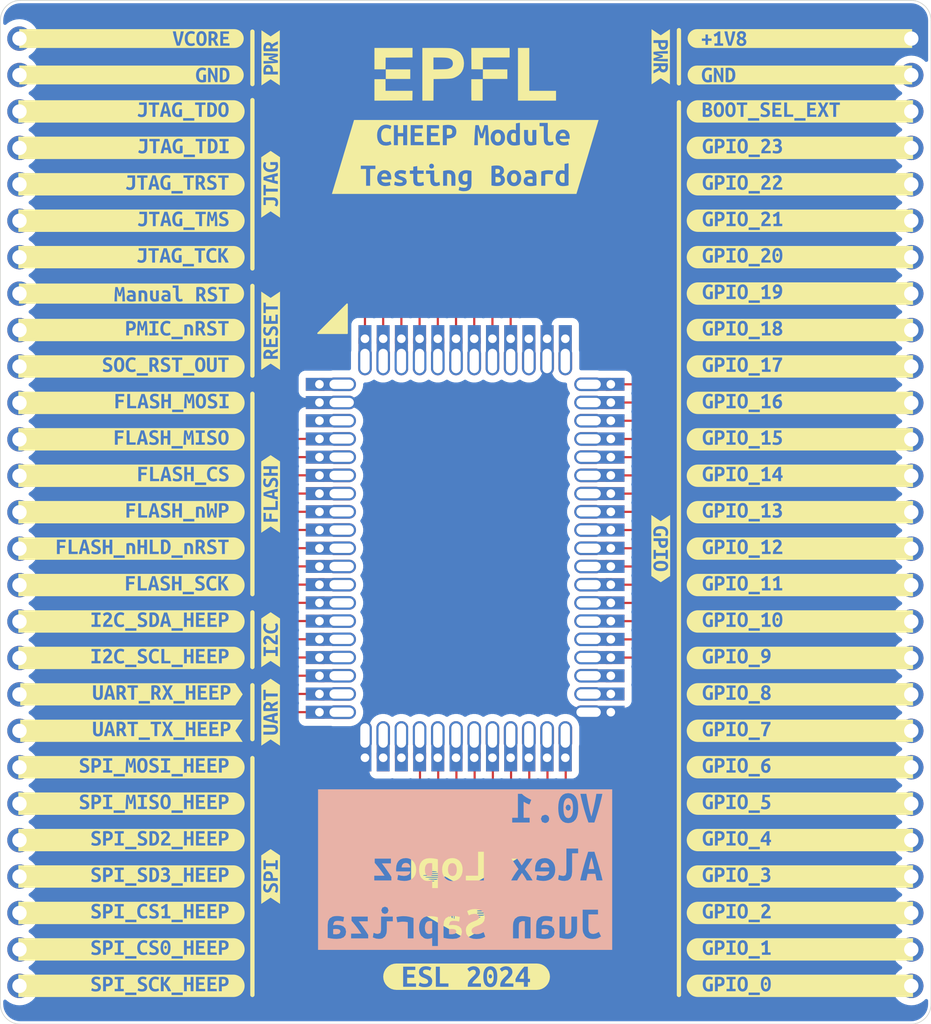
<source format=kicad_pcb>
(kicad_pcb (version 20240108) (generator "pcbnew") (generator_version "8.0")
  (layers (0 "F.Cu" signal) (1 "In1.Cu" signal) (2 "In2.Cu" signal) (31 "B.Cu" signal) (34 "B.Paste" user) (35 "F.Paste" user) (36 "B.SilkS" user "B.Silkscreen") (37 "F.SilkS" user "F.Silkscreen") (38 "B.Mask" user) (39 "F.Mask" user) (44 "Edge.Cuts" user))
  (net 0 "")
  (net 1 "Net-(J1C-GPIO_13)")
  (net 2 "Net-(J1A-SOC_RST_OUT)")
  (net 3 "Net-(J1B-SPI_CS1_HEEP)")
  (net 4 "Net-(J1B-SPI_MOSI_HEEP)")
  (net 5 "Net-(J1B-SPI_MISO_HEEP)")
  (net 6 "Net-(J1A-Manual_RST)")
  (net 7 "Net-(J1C-GPIO_9)")
  (net 8 "Net-(J1C-GPIO_20)")
  (net 9 "Net-(J1D-GPIO_7)")
  (net 10 "Net-(J1A-FLASH_MOSI)")
  (net 11 "Net-(J1B-UART_RX_HEEP)")
  (net 12 "Net-(J1C-GPIO_19)")
  (net 13 "Net-(J1A-JTAG_TDI)")
  (net 14 "Net-(J1B-SPI_CS0_HEEP)")
  (net 15 "Net-(J1C-GPIO_22)")
  (net 16 "Net-(J1C-GPIO_23)")
  (net 17 "Net-(J1A-FLASH_SCK)")
  (net 18 "Net-(J1C-BOOT_SEL_EXT)")
  (net 19 "Net-(J1A-I2C_SDA_HEEP)")
  (net 20 "Net-(J1A-FLASH_nHLD_nRST)")
  (net 21 "Net-(J1A-FLASH_CS)")
  (net 22 "Net-(J1D-GPIO_5)")
  (net 23 "Net-(J1C-GPIO_14)")
  (net 24 "Net-(J1C-GPIO_10)")
  (net 25 "Net-(J1C-GPIO_11)")
  (net 26 "Net-(J1C-GPIO_18)")
  (net 27 "Net-(J1A-FLASH_nWP)")
  (net 28 "Net-(J1A-PMIC_nRST)")
  (net 29 "Net-(J1A-JTAG_TDO)")
  (net 30 "Net-(J1D-GPIO_2)")
  (net 31 "Net-(J1B-UART_TX_HEEP)")
  (net 32 "Net-(J1A-FLASH_MISO)")
  (net 33 "Net-(J1C-GPIO_16)")
  (net 34 "Net-(J1D-GPIO_3)")
  (net 35 "Net-(J1D-GPIO_4)")
  (net 36 "Net-(J1C-GPIO_12)")
  (net 37 "Net-(J1B-SPI_SCK_HEEP)")
  (net 38 "Net-(J1A-JTAG_TRST)")
  (net 39 "Net-(J1D-GPIO_6)")
  (net 40 "Net-(J1C-GPIO_15)")
  (net 41 "Net-(J1A-JTAG_TCK)")
  (net 42 "Net-(J1C-GPIO_17)")
  (net 43 "Net-(J1B-SPI_SD2_HEEP)")
  (net 44 "Net-(J1A-JTAG_TMS)")
  (net 45 "Net-(J1D-GPIO_8)")
  (net 46 "Net-(J1D-GPIO_1)")
  (net 47 "Net-(J1A-I2C_SCL_HEEP)")
  (net 48 "Net-(J1B-SPI_SD3_HEEP)")
  (net 49 "Net-(J1C-GPIO_21)")
  (net 50 "Net-(J1D-GPIO_0)")
  (net 51 "GND")
  (net 52 "VCORE")
  (net 53 "+1V8")
  (footprint "kibuzzard-66E70D88" (layer "F.Cu") (at 119.126 122.555)
    (property "Reference" "kibuzzard-66E70D88" (hide yes))
    (property "Value" "G***" (hide yes))
  )
  (footprint "kibuzzard-66E70E38" (layer "F.Cu") (at 165.735 86.995)
    (property "Reference" "kibuzzard-66E70E38" (hide yes))
    (property "Value" "G***" (hide yes))
  )
  (footprint "LOGO" (layer "F.Cu") (at 142.4 71.6992)
    (property "Reference" "G***" (hide yes))
    (property "Value" "LOGO" (hide yes))
  )
  (footprint "kibuzzard-66E70E85" (layer "F.Cu") (at 165.735 120.015)
    (property "Reference" "kibuzzard-66E70E85" (hide yes))
    (property "Value" "G***" (hide yes))
  )
  (footprint "kibuzzard-66E70D1E" (layer "F.Cu") (at 119.126 99.695)
    (property "Reference" "kibuzzard-66E70D1E" (hide yes))
    (property "Value" "G***" (hide yes))
  )
  (footprint "kibuzzard-66E70AB4" (layer "F.Cu") (at 119.126 74.295)
    (property "Reference" "kibuzzard-66E70AB4" (hide yes))
    (property "Value" "G***" (hide yes))
  )
  (footprint "kibuzzard-66E70E8D" (layer "F.Cu") (at 165.735 122.555)
    (property "Reference" "kibuzzard-66E70E8D" (hide yes))
    (property "Value" "G***" (hide yes))
  )
  (footprint "kibuzzard-66E70A70" (layer "F.Cu") (at 119.126 71.755)
    (property "Reference" "kibuzzard-66E70A70" (hide yes))
    (property "Value" "G***" (hide yes))
  )
  (footprint "kibuzzard-66E70DB3" (layer "F.Cu") (at 119.126 135.255)
    (property "Reference" "kibuzzard-66E70DB3" (hide yes))
    (property "Value" "G***" (hide yes))
  )
  (footprint "kibuzzard-66E70E4F" (layer "F.Cu") (at 165.735 97.155)
    (property "Reference" "kibuzzard-66E70E4F" (hide yes))
    (property "Value" "G***" (hide yes))
  )
  (footprint "kibuzzard-66E7264D" (layer "F.Cu") (at 119.126 117.475)
    (property "Reference" "kibuzzard-66E7264D" (hide yes))
    (property "Value" "G***" (hide yes))
  )
  (footprint "kibuzzard-66E72648" (layer "F.Cu") (at 119.126 114.935)
    (property "Reference" "kibuzzard-66E72648" (hide yes))
    (property "Value" "G***" (hide yes))
  )
  (footprint "kibuzzard-66E70E42" (layer "F.Cu") (at 165.735 89.535)
    (property "Reference" "kibuzzard-66E70E42" (hide yes))
    (property "Value" "G***" (hide yes))
  )
  (footprint "kibuzzard-66E70E32" (layer "F.Cu") (at 165.735 84.455)
    (property "Reference" "kibuzzard-66E70E32" (hide yes))
    (property "Value" "G***" (hide yes))
  )
  (footprint "kibuzzard-66E70DDA" (layer "F.Cu") (at 165.735 74.295)
    (property "Reference" "kibuzzard-66E70DDA" (hide yes))
    (property "Value" "G***" (hide yes))
  )
  (footprint "kibuzzard-66E70E69" (layer "F.Cu") (at 165.735 109.855)
    (property "Reference" "kibuzzard-66E70E69" (hide yes))
    (property "Value" "G***" (hide yes))
  )
  (footprint "kibuzzard-66E70E46" (layer "F.Cu") (at 165.735 92.075)
    (property "Reference" "kibuzzard-66E70E46" (hide yes))
    (property "Value" "G***" (hide yes))
  )
  (footprint "kibuzzard-66E70FD7" (layer "F.Cu") (at 119.126 102.235)
    (property "Reference" "kibuzzard-66E70FD7" (hide yes))
    (property "Value" "G***" (hide yes))
  )
  (footprint "kibuzzard-66E7287F" (layer "F.Cu") (at 128.8288 89.5858 90)
    (property "Reference" "kibuzzard-66E7287F" (hide yes))
    (property "Value" "G***" (hide yes))
  )
  (footprint "kibuzzard-66E72A89" (layer "F.Cu") (at 156.0322 104.775 -90)
    (property "Reference" "kibuzzard-66E72A89" (hide yes))
    (property "Value" "G***" (hide yes))
  )
  (footprint "kibuzzard-66E72B07" (layer "F.Cu") (at 128.8288 70.5612 90)
    (property "Reference" "kibuzzard-66E72B07" (hide yes))
    (property "Value" "G***" (hide yes))
  )
  (footprint "kibuzzard-66E70EA7" (layer "F.Cu") (at 165.735 132.715)
    (property "Reference" "kibuzzard-66E70EA7" (hide yes))
    (property "Value" "G***" (hide yes))
  )
  (footprint "kibuzzard-66E70D18" (layer "F.Cu") (at 119.126 97.155)
    (property "Reference" "kibuzzard-66E70D18" (hide yes))
    (property "Value" "G***" (hide yes))
  )
  (footprint "kibuzzard-66E70D7A" (layer "F.Cu") (at 119.126 120.015)
    (property "Reference" "kibuzzard-66E70D7A" (hide yes))
    (property "Value" "G***" (hide yes))
  )
  (footprint "kibuzzard-66E70E2E" (layer "F.Cu") (at 165.735 81.915)
    (property "Reference" "kibuzzard-66E70E2E" (hide yes))
    (property "Value" "G***" (hide yes))
  )
  (footprint "kibuzzard-66E96512" (layer "F.Cu") (at 165.735 69.215)
    (property "Reference" "kibuzzard-66E96512" (hide yes))
    (property "Value" "G***" (hide yes))
  )
  (footprint "kibuzzard-66E70DAA" (layer "F.Cu") (at 119.126 132.715)
    (property "Reference" "kibuzzard-66E70DAA" (hide yes))
    (property "Value" "G***" (hide yes))
  )
  (footprint "kibuzzard-66E94B83" (layer "F.Cu") (at 142.4 77.47)
    (property "Reference" "kibuzzard-66E94B83" (hide yes))
    (property "Value" "G***" (hide yes))
  )
  (footprint "kibuzzard-66E70E80" (layer "F.Cu") (at 165.735 117.475)
    (property "Reference" "kibuzzard-66E70E80" (hide yes))
    (property "Value" "G***" (hide yes))
  )
  (footprint "kibuzzard-66E70ABD" (layer "F.Cu") (at 119.126 76.835)
    (property "Reference" "kibuzzard-66E70ABD" (hide yes))
    (property "Value" "G***" (hide yes))
  )
  (footprint "kibuzzard-66E729D8" (layer "F.Cu") (at 128.8288 116.1796 90)
    (property "Reference" "kibuzzard-66E729D8" (hide yes))
    (property "Value" "G***" (hide yes))
  )
  (footprint "X-MODs_PcbLib:HEEP_Board_Header_Conn_1.27mm" (layer "F.Cu") (at 142.41 102.24)
    (property "Reference" "J2" (hide yes))
    (property "Value" "~" (hide yes))
  )
  (footprint "kibuzzard-66E70E24" (layer "F.Cu") (at 165.735 76.835)
    (property "Reference" "kibuzzard-66E70E24" (hide yes))
    (property "Value" "G***" (hide yes))
  )
  (footprint "kibuzzard-66E70B1A" (layer "F.Cu") (at 119.126 94.615)
    (property "Reference" "kibuzzard-66E70B1A" (hide yes))
    (property "Value" "G***" (hide yes))
  )
  (footprint "kibuzzard-66E70AC3" (layer "F.Cu") (at 119.126 79.375)
    (property "Reference" "kibuzzard-66E70AC3" (hide yes))
    (property "Value" "G***" (hide yes))
  )
  (footprint "kibuzzard-66E70D29" (layer "F.Cu") (at 119.126 104.775)
    (property "Reference" "kibuzzard-66E70D29" (hide yes))
    (property "Value" "G***" (hide yes))
  )
  (footprint "kibuzzard-66E70D4B" (layer "F.Cu") (at 119.126 109.855)
    (property "Reference" "kibuzzard-66E70D4B" (hide yes))
    (property "Value" "G***" (hide yes))
  )
  (footprint "kibuzzard-66E70E63" (layer "F.Cu") (at 165.735 107.315)
    (property "Reference" "kibuzzard-66E70E63" (hide yes))
    (property "Value" "G***" (hide yes))
  )
  (footprint "kibuzzard-66E70AFE" (layer "F.Cu") (at 119.126 89.535)
    (property "Reference" "kibuzzard-66E70AFE" (hide yes))
    (property "Value" "G***" (hide yes))
  )
  (footprint "kibuzzard-66E70D52" (layer "F.Cu") (at 119.126 112.395)
    (property "Reference" "kibuzzard-66E70D52" (hide yes))
    (property "Value" "G***" (hide yes))
  )
  (footprint "kibuzzard-66E70E6E" (layer "F.Cu") (at 165.735 112.395)
    (property "Reference" "kibuzzard-66E70E6E" (hide yes))
    (property "Value" "G***" (hide yes))
  )
  (footprint "kibuzzard-66E729EF" (layer "F.Cu") (at 128.8288 79.375 90)
    (property "Reference" "kibuzzard-66E729EF" (hide yes))
    (property "Value" "G***" (hide yes))
  )
  (footprint "kibuzzard-66E70A5B" (layer "F.Cu") (at 119.126 69.215)
    (property "Reference" "kibuzzard-66E70A5B" (hide yes))
    (property "Value" "G***" (hide yes))
  )
  (footprint "kibuzzard-66E70E5B" (layer "F.Cu") (at 165.735 102.235)
    (property "Reference" "kibuzzard-66E70E5B" (hide yes))
    (property "Value" "G***" (hide yes))
  )
  (footprint "kibuzzard-66E70AEB" (layer "F.Cu") (at 119.126 81.915)
    (property "Reference" "kibuzzard-66E70AEB" (hide yes))
    (property "Value" "G***" (hide yes))
  )
  (footprint "kibuzzard-66E70D30" (layer "F.Cu") (at 119.126 107.315)
    (property "Reference" "kibuzzard-66E70D30" (hide yes))
    (property "Value" "G***" (hide yes))
  )
  (footprint "kibuzzard-66E70E9D" (layer "F.Cu") (at 165.735 130.175)
    (property "Reference" "kibuzzard-66E70E9D" (hide yes))
    (property "Value" "G***" (hide yes))
  )
  (footprint "kibuzzard-66E70E1C" (layer "F.Cu") (at 165.735 79.375)
    (property "Reference" "kibuzzard-66E70E1C" (hide yes))
    (property "Value" "G***" (hide yes))
  )
  (footprint "kibuzzard-66E70E53" (layer "F.Cu") (at 165.735 99.695)
    (property "Reference" "kibuzzard-66E70E53" (hide yes))
    (property "Value" "G***" (hide yes))
  )
  (footprint "kibuzzard-66E70A99" (layer "F.Cu") (at 119.126 86.995)
    (property "Reference" "kibuzzard-66E70A99" (hide yes))
    (property "Value" "G***" (hide yes))
  )
  (footprint "kibuzzard-66E964FF" (layer "F.Cu") (at 156.0322 70.485 -90)
    (property "Reference" "kibuzzard-66E964FF" (hide yes))
    (property "Value" "G***" (hide yes))
  )
  (footprint "kibuzzard-66E70B0A" (layer "F.Cu") (at 119.126 92.075)
    (property "Reference" "kibuzzard-66E70B0A" (hide yes))
    (property "Value" "G***" (hide yes))
  )
  (footprint "kibuzzard-66E729F7" (layer "F.Cu") (at 128.8288 127.635 90)
    (property "Reference" "kibuzzard-66E729F7" (hide yes))
    (property "Value" "G***" (hide yes))
  )
  (footprint "X-MODs_PcbLib:HEEP_Board_Socket_Conn_1.27mm" (layer "F.Cu") (at 142.3924 104.7496)
    (property "Reference" "J1" (hide yes))
    (property "Value" "~" (hide yes))
  )
  (footprint "kibuzzard-66E70E98" (layer "F.Cu") (at 165.735 127.635)
    (property "Reference" "kibuzzard-66E70E98" (hide yes))
    (property "Value" "G***" (hide yes))
  )
  (footprint "kibuzzard-66E70E72" (layer "F.Cu") (at 165.735 114.935)
    (property "Reference" "kibuzzard-66E70E72" (hide yes))
    (property "Value" "G***" (hide yes))
  )
  (footprint "kibuzzard-66E70E4B" (layer "F.Cu") (at 165.735 94.615)
    (property "Reference" "kibuzzard-66E70E4B" (hide yes))
    (property "Value" "G***" (hide yes))
  )
  (footprint "kibuzzard-66E72391" (layer "F.Cu") (at 142.494 134.62)
    (property "Reference" "kibuzzard-66E72391" (hide yes))
    (property "Value" "G***" (hide yes))
  )
  (footprint "kibuzzard-66E70DA4" (layer "F.Cu") (at 119.126 130.175)
    (property "Reference" "kibuzzard-66E70DA4" (hide yes))
    (property "Value" "G***" (hide yes))
  )
  (footprint "kibuzzard-66E937B8" (layer "F.Cu") (at 165.735 71.755)
    (property "Reference" "kibuzzard-66E937B8" (hide yes))
    (property "Value" "G***" (hide yes))
  )
  (footprint "kibuzzard-66E70EAB" (layer "F.Cu") (at 165.735 135.255)
    (property "Reference" "kibuzzard-66E70EAB" (hide yes))
    (property "Value" "G***" (hide yes))
  )
  (footprint "kibuzzard-66E70D90" (layer "F.Cu") (at 119.126 125.095)
    (property "Reference" "kibuzzard-66E70D90" (hide yes))
    (property "Value" "G***" (hide yes))
  )
  (footprint "kibuzzard-66E729E5" (layer "F.Cu") (at 128.8288 100.965 90)
    (property "Reference" "kibuzzard-66E729E5" (hide yes))
    (property "Value" "G***" (hide yes))
  )
  (footprint "kibuzzard-66E729DD" (layer "F.Cu") (at 128.8288 111.125 90)
    (property "Reference" "kibuzzard-66E729DD" (hide yes))
    (property "Value" "G***" (hide yes))
  )
  (footprint "kibuzzard-66E70D9B" (layer "F.Cu") (at 119.126 127.635)
    (property "Reference" "kibuzzard-66E70D9B" (hide yes))
    (property "Value" "G***" (hide yes))
  )
  (footprint "LOGO" (layer "F.Cu") (at 142.1384 127.635)
    (property "Reference" "G***" (hide yes))
    (property "Value" "LOGO" (hide yes))
  )
  (footprint "kibuzzard-66E70E5F" (layer "F.Cu") (at 165.735 104.775)
    (property "Reference" "kibuzzard-66E70E5F" (hide yes))
    (property "Value" "G***" (hide yes))
  )
  (footprint "kibuzzard-66E70AC8" (layer "F.Cu") (at 119.126 84.455)
    (property "Reference" "kibuzzard-66E70AC8" (hide yes))
    (property "Value" "G***" (hide yes))
  )
  (footprint "kibuzzard-66E70E93" (layer "F.Cu") (at 165.735 125.095)
    (property "Reference" "kibuzzard-66E70E93" (hide yes))
    (property "Value" "G***" (hide yes))
  )
  (footprint "kibuzzard-66E72CAE" (layer "B.Cu") (at 142.3924 127.1524 180)
    (property "Reference" "kibuzzard-66E72CAE" (hide yes))
    (property "Value" "G***" (hide yes))
  )
  (gr_line (start 157.3022 72.3392) (end 157.3022 68.6308) (stroke (width 0.3)) (layer "F.SilkS"))
  (gr_line (start 157.3022 73.66) (end 157.3022 135.89) (stroke (width 0.3)) (layer "F.SilkS"))
  (gr_line (start 127.5588 93.98) (end 127.5588 107.95) (stroke (width 0.3)) (layer "F.SilkS"))
  (gr_line (start 127.5588 73.5076) (end 127.5588 85.2424) (stroke (width 0.3)) (layer "F.SilkS"))
  (gr_line (start 127.5588 119.38) (end 127.5588 135.89) (stroke (width 0.3)) (layer "F.SilkS"))
  (gr_line (start 127.5588 114.3) (end 127.5588 118.0592) (stroke (width 0.3)) (layer "F.SilkS"))
  (gr_poly (pts (xy 134.1628 87.7316) (xy 134.1628 89.7636) (xy 132.1308 89.7636)) (stroke (width 0.1)) (fill solid) (layer "F.SilkS"))
  (gr_line (start 127.5588 109.22) (end 127.5588 113.03) (stroke (width 0.3)) (layer "F.SilkS"))
  (gr_line (start 127.5588 68.7324) (end 127.5588 72.39) (stroke (width 0.3)) (layer "F.SilkS"))
  (gr_line (start 127.5588 86.4616) (end 127.5588 92.71) (stroke (width 0.3)) (layer "F.SilkS"))
  (gr_arc (start 173.482 66.553) (mid 174.469828 66.962172) (end 174.879 67.95) (stroke (width 0.05)) (layer "Edge.Cuts"))
  (gr_arc (start 109.982 67.95) (mid 110.391172 66.962172) (end 111.379 66.553) (stroke (width 0.05)) (layer "Edge.Cuts"))
  (gr_arc (start 174.879 136.53) (mid 174.469828 137.517828) (end 173.482 137.927) (stroke (width 0.05)) (layer "Edge.Cuts"))
  (gr_line (start 111.379 66.553) (end 173.482 66.553) (stroke (width 0.05)) (layer "Edge.Cuts"))
  (gr_line (start 173.482 137.927) (end 111.379 137.927) (stroke (width 0.05)) (layer "Edge.Cuts"))
  (gr_line (start 109.982 67.95) (end 109.982 136.53) (stroke (width 0.05)) (layer "Edge.Cuts"))
  (gr_line (start 174.879 136.53) (end 174.879 67.95) (stroke (width 0.05)) (layer "Edge.Cuts"))
  (gr_arc (start 111.379 137.927) (mid 110.391172 137.517828) (end 109.982 136.53) (stroke (width 0.05)) (layer "Edge.Cuts"))
  (segment (start 159.9564 98.401) (end 168.8464 107.291) (width 0.15) (layer "F.Cu") (net 1))
  (segment (start 172.435597 107.29083) (end 173.855427 107.29083) (width 0.15) (layer "F.Cu") (net 1))
  (segment (start 152.5524 98.401) (end 159.9564 98.401) (width 0.15) (layer "F.Cu") (net 1))
  (segment (start 172.435427 107.291) (end 172.7024 107.291) (width 0.15) (layer "F.Cu") (net 1))
  (segment (start 168.8464 107.291) (end 172.435427 107.291) (width 0.15) (layer "F.Cu") (net 1))
  (segment (start 172.435427 107.291) (end 172.435597 107.29083) (width 0.15) (layer "F.Cu") (net 1))
  (segment (start 151.0024 98.3996) (end 152.5524 98.3996) (width 0.9) (layer "F.Cu") (net 1))
  (segment (start 151.0024 98.3996) (end 152.5524 98.3996) (width 0.9) (layer "B.Cu") (net 1))
  (segment (start 126.888427 106.01583) (end 132.006427 106.01583) (width 0.15) (layer "F.Cu") (net 2))
  (segment (start 112.918427 92.04583) (end 126.888427 106.01583) (width 0.15) (layer "F.Cu") (net 2))
  (segment (start 133.7824 106.0196) (end 132.2324 106.0196) (width 0.9) (layer "F.Cu") (net 2))
  (segment (start 112.110427 92.04583) (end 112.918427 92.04583) (width 0.15) (layer "F.Cu") (net 2))
  (segment (start 133.7824 106.0196) (end 132.2324 106.0196) (width 0.9) (layer "B.Cu") (net 2))
  (segment (start 146.865427 124.38283) (end 146.865427 119.35083) (width 0.15) (layer "F.Cu") (net 3))
  (segment (start 112.242427 130.01383) (end 141.234427 130.01383) (width 0.15) (layer "F.Cu") (net 3))
  (segment (start 141.234427 130.01383) (end 146.865427 124.38283) (width 0.15) (layer "F.Cu") (net 3))
  (segment (start 112.110427 130.14583) (end 112.242427 130.01383) (width 0.15) (layer "F.Cu") (net 3))
  (segment (start 146.8374 117.8046) (end 146.8374 119.3546) (width 0.9) (layer "F.Cu") (net 3))
  (segment (start 146.8374 117.8046) (end 146.8374 119.3546) (width 0.9) (layer "B.Cu") (net 3))
  (segment (start 141.7574 117.8046) (end 141.7574 119.3546) (width 0.9) (layer "F.Cu") (net 4))
  (segment (start 139.202427 124.93383) (end 122.692427 124.93383) (width 0.15) (layer "F.Cu") (net 4))
  (segment (start 141.785427 119.35083) (end 141.785427 122.35083) (width 0.15) (layer "F.Cu") (net 4))
  (segment (start 141.785427 122.35083) (end 139.202427 124.93383) (width 0.15) (layer "F.Cu") (net 4))
  (segment (start 122.692427 124.93383) (end 117.744427 119.98583) (width 0.15) (layer "F.Cu") (net 4))
  (segment (start 117.744427 119.98583) (end 112.110427 119.98583) (width 0.15) (layer "F.Cu") (net 4))
  (segment (start 141.7574 117.8046) (end 141.7574 119.3546) (width 0.9) (layer "B.Cu") (net 4))
  (segment (start 118.506427 122.52583) (end 112.110427 122.52583) (width 0.15) (layer "F.Cu") (net 5))
  (segment (start 139.710427 126.20383) (end 122.184427 126.20383) (width 0.15) (layer "F.Cu") (net 5))
  (segment (start 143.055427 119.35083) (end 143.055427 122.85883) (width 0.15) (layer "F.Cu") (net 5))
  (segment (start 143.055427 122.85883) (end 139.710427 126.20383) (width 0.15) (layer "F.Cu") (net 5))
  (segment (start 143.0274 117.8046) (end 143.0274 119.3546) (width 0.9) (layer "F.Cu") (net 5))
  (segment (start 122.184427 126.20383) (end 118.506427 122.52583) (width 0.15) (layer "F.Cu") (net 5))
  (segment (start 143.0274 117.8046) (end 143.0274 119.3546) (width 0.9) (layer "B.Cu") (net 5))
  (segment (start 132.006427 103.47583) (end 127.904427 103.47583) (width 0.15) (layer "F.Cu") (net 6))
  (segment (start 123.200427 98.77183) (end 123.200427 91.91383) (width 0.15) (layer "F.Cu") (net 6))
  (segment (start 118.252427 86.96583) (end 112.110427 86.96583) (width 0.15) (layer "F.Cu") (net 6))
  (segment (start 133.7824 103.4796) (end 132.2324 103.4796) (width 0.9) (layer "F.Cu") (net 6))
  (segment (start 123.200427 91.91383) (end 118.252427 86.96583) (width 0.15) (layer "F.Cu") (net 6))
  (segment (start 127.904427 103.47583) (end 123.200427 98.77183) (width 0.15) (layer "F.Cu") (net 6))
  (segment (start 133.7824 103.4796) (end 132.2324 103.4796) (width 0.9) (layer "B.Cu") (net 6))
  (segment (start 152.5524 93.321) (end 162.7504 93.321) (width 0.15) (layer "F.Cu") (net 7))
  (segment (start 172.435597 97.13083) (end 173.855427 97.13083) (width 0.15) (layer "F.Cu") (net 7))
  (segment (start 171.800427 97.131) (end 172.7024 97.131) (width 0.15) (layer "F.Cu") (net 7))
  (segment (start 166.5604 97.131) (end 171.800427 97.131) (width 0.15) (layer "F.Cu") (net 7))
  (segment (start 162.7504 93.321) (end 166.5604 97.131) (width 0.15) (layer "F.Cu") (net 7))
  (segment (start 151.0024 93.3196) (end 152.5524 93.3196) (width 0.9) (layer "F.Cu") (net 7))
  (segment (start 171.800427 97.131) (end 172.435427 97.131) (width 0.15) (layer "F.Cu") (net 7))
  (segment (start 172.435427 97.131) (end 172.435597 97.13083) (width 0.15) (layer "F.Cu") (net 7))
  (segment (start 151.0024 93.3196) (end 152.5524 93.3196) (width 0.9) (layer "B.Cu") (net 7))
  (segment (start 167.3224 125.071) (end 173.855257 125.071) (width 0.15) (layer "F.Cu") (net 8))
  (segment (start 152.8064 107.291) (end 156.4004 107.291) (width 0.15) (layer "F.Cu") (net 8))
  (segment (start 160.3424 111.233) (end 160.3424 118.091) (width 0.15) (layer "F.Cu") (net 8))
  (segment (start 156.4004 107.291) (end 160.3424 111.233) (width 0.15) (layer "F.Cu") (net 8))
  (segment (start 160.3424 118.091) (end 167.3224 125.071) (width 0.15) (layer "F.Cu") (net 8))
  (segment (start 173.855257 125.071) (end 173.855427 125.07083) (width 0.15) (layer "F.Cu") (net 8))
  (segment (start 151.0024 107.2896) (end 152.5524 107.2896) (width 0.9) (layer "F.Cu") (net 8))
  (segment (start 151.0024 107.2896) (end 152.5524 107.2896) (width 0.9) (layer "B.Cu") (net 8))
  (segment (start 146.1184 85.833) (end 161.6124 85.833) (width 0.15) (layer "F.Cu") (net 9))
  (segment (start 144.2974 87.654) (end 146.1184 85.833) (width 0.15) (layer "F.Cu") (net 9))
  (segment (start 144.2974 90.146) (end 144.2974 87.654) (width 0.15) (layer "F.Cu") (net 9))
  (segment (start 173.733597 91.929) (end 173.855427 92.05083) (width 0.15) (layer "F.Cu") (net 9))
  (segment (start 167.7084 91.929) (end 173.733597 91.929) (width 0.15) (layer "F.Cu") (net 9))
  (segment (start 144.2974 91.6946) (end 144.2974 90.1446) (width 0.9) (layer "F.Cu") (net 9))
  (segment (start 161.6124 85.833) (end 167.7084 91.929) (width 0.15) (layer "F.Cu") (net 9))
  (segment (start 144.2974 91.6946) (end 144.2974 90.1446) (width 0.9) (layer "B.Cu") (net 9))
  (segment (start 132.006427 107.28583) (end 126.380427 107.28583) (width 0.15) (layer "F.Cu") (net 10))
  (segment (start 133.7824 107.2896) (end 132.2324 107.2896) (width 0.9) (layer "F.Cu") (net 10))
  (segment (start 126.380427 107.28583) (end 113.680427 94.58583) (width 0.15) (layer "F.Cu") (net 10))
  (segment (start 113.680427 94.58583) (end 112.110427 94.58583) (width 0.15) (layer "F.Cu") (net 10))
  (segment (start 133.7824 107.2896) (end 132.2324 107.2896) (width 0.9) (layer "B.Cu") (net 10))
  (segment (start 139.245427 121.33483) (end 138.186427 122.39383) (width 0.15) (layer "F.Cu") (net 11))
  (segment (start 139.2174 117.8046) (end 139.2174 119.3546) (width 0.9) (layer "F.Cu") (net 11))
  (segment (start 123.708427 122.39383) (end 116.220427 114.90583) (width 0.15) (layer "F.Cu") (net 11))
  (segment (start 138.186427 122.39383) (end 123.708427 122.39383) (width 0.15) (layer "F.Cu") (net 11))
  (segment (start 139.245427 119.35083) (end 139.245427 121.33483) (width 0.15) (layer "F.Cu") (net 11))
  (segment (start 116.220427 114.90583) (end 112.110427 114.90583) (width 0.15) (layer "F.Cu") (net 11))
  (segment (start 139.2174 117.8046) (end 139.2174 119.3546) (width 0.9) (layer "B.Cu") (net 11))
  (segment (start 156.9084 106.021) (end 161.6124 110.725) (width 0.15) (layer "F.Cu") (net 12))
  (segment (start 151.0024 106.0196) (end 152.5524 106.0196) (width 0.9) (layer "F.Cu") (net 12))
  (segment (start 172.435427 122.531) (end 172.7024 122.531) (width 0.15) (layer "F.Cu") (net 12))
  (segment (start 161.6124 117.583) (end 166.5604 122.531) (width 0.15) (layer "F.Cu") (net 12))
  (segment (start 152.8064 106.021) (end 156.9084 106.021) (width 0.15) (layer "F.Cu") (net 12))
  (segment (start 172.435597 122.53083) (end 173.855427 122.53083) (width 0.15) (layer "F.Cu") (net 12))
  (segment (start 161.6124 110.725) (end 161.6124 117.583) (width 0.15) (layer "F.Cu") (net 12))
  (segment (start 166.5604 122.531) (end 172.435427 122.531) (width 0.15) (layer "F.Cu") (net 12))
  (segment (start 172.435427 122.531) (end 172.435597 122.53083) (width 0.15) (layer "F.Cu") (net 12))
  (segment (start 151.0024 106.0196) (end 152.5524 106.0196) (width 0.9) (layer "B.Cu") (net 12))
  (segment (start 128.280427 96.73983) (end 128.280427 89.88183) (width 0.15) (layer "F.Cu") (net 13))
  (segment (start 129.936427 98.39583) (end 128.280427 96.73983) (width 0.15) (layer "F.Cu") (net 13))
  (segment (start 133.7824 98.3996) (end 132.2324 98.3996) (width 0.9) (layer "F.Cu") (net 13))
  (segment (start 132.006427 98.39583) (end 129.936427 98.39583) (width 0.15) (layer "F.Cu") (net 13))
  (segment (start 115.204427 76.80583) (end 112.110427 76.80583) (width 0.15) (layer "F.Cu") (net 13))
  (segment (start 128.280427 89.88183) (end 115.204427 76.80583) (width 0.15) (layer "F.Cu") (net 13))
  (segment (start 133.7824 98.3996) (end 132.2324 98.3996) (width 0.9) (layer "B.Cu") (net 13))
  (segment (start 119.512427 132.68583) (end 120.914427 131.28383) (width 0.15) (layer "F.Cu") (net 14))
  (segment (start 148.135427 124.89083) (end 148.135427 119.35083) (width 0.15) (layer "F.Cu") (net 14))
  (segment (start 141.742427 131.28383) (end 148.135427 124.89083) (width 0.15) (layer "F.Cu") (net 14))
  (segment (start 112.110427 132.68583) (end 119.512427 132.68583) (width 0.15) (layer "F.Cu") (net 14))
  (segment (start 148.1074 117.8046) (end 148.1074 119.3546) (width 0.9) (layer "F.Cu") (net 14))
  (segment (start 120.914427 131.28383) (end 141.742427 131.28383) (width 0.15) (layer "F.Cu") (net 14))
  (segment (start 148.1074 117.8046) (end 148.1074 119.3546) (width 0.9) (layer "B.Cu") (net 14))
  (segment (start 155.3844 109.831) (end 157.8024 112.249) (width 0.15) (layer "F.Cu") (net 15))
  (segment (start 151.0024 109.8296) (end 152.5524 109.8296) (width 0.9) (layer "F.Cu") (net 15))
  (segment (start 152.8064 109.831) (end 155.3844 109.831) (width 0.15) (layer "F.Cu") (net 15))
  (segment (start 173.855257 130.151) (end 173.855427 130.15083) (width 0.15) (layer "F.Cu") (net 15))
  (segment (start 157.8024 112.249) (end 157.8024 119.107) (width 0.15) (layer "F.Cu") (net 15))
  (segment (start 157.8024 119.107) (end 168.8464 130.151) (width 0.15) (layer "F.Cu") (net 15))
  (segment (start 168.8464 130.151) (end 173.855257 130.151) (width 0.15) (layer "F.Cu") (net 15))
  (segment (start 151.0024 109.8296) (end 152.5524 109.8296) (width 0.9) (layer "B.Cu") (net 15))
  (segment (start 169.6084 132.691) (end 173.855257 132.691) (width 0.15) (layer "F.Cu") (net 16))
  (segment (start 152.8064 111.101) (end 154.8764 111.101) (width 0.15) (layer "F.Cu") (net 16))
  (segment (start 156.5324 112.757) (end 156.5324 119.615) (width 0.15) (layer "F.Cu") (net 16))
  (segment (start 156.5324 119.615) (end 169.6084 132.691) (width 0.15) (layer "F.Cu") (net 16))
  (segment (start 154.8764 111.101) (end 156.5324 112.757) (width 0.15) (layer "F.Cu") (net 16))
  (segment (start 173.855257 132.691) (end 173.855427 132.69083) (width 0.15) (layer "F.Cu") (net 16))
  (segment (start 151.0024 111.0996) (end 152.5524 111.0996) (width 0.9) (layer "F.Cu") (net 16))
  (segment (start 151.0024 111.0996) (end 152.5524 111.0996) (width 0.9) (layer "B.Cu") (net 16))
  (segment (start 117.236427 107.28583) (end 123.586427 113.63583) (width 0.15) (layer "F.Cu") (net 17))
  (segment (start 133.7824 113.6396) (end 132.2324 113.6396) (width 0.9) (layer "F.Cu") (net 17))
  (segment (start 123.586427 113.63583) (end 132.260427 113.63583) (width 0.15) (layer "F.Cu") (net 17))
  (segment (start 112.110427 107.28583) (end 117.236427 107.28583) (width 0.15) (layer "F.Cu") (net 17))
  (segment (start 133.7824 113.6396) (end 132.2324 113.6396) (width 0.9) (layer "B.Cu") (net 17))
  (segment (start 155.2624 120.123) (end 170.3704 135.231) (width 0.15) (layer "F.Cu") (net 18))
  (segment (start 170.3704 135.231) (end 173.855257 135.231) (width 0.15) (layer "F.Cu") (net 18))
  (segment (start 173.855257 135.231) (end 173.855427 135.23083) (width 0.15) (layer "F.Cu") (net 18))
  (segment (start 155.2624 113.265) (end 155.2624 120.123) (width 0.15) (layer "F.Cu") (net 18))
  (segment (start 151.0024 112.3696) (end 152.5524 112.3696) (width 0.9) (layer "F.Cu") (net 18))
  (segment (start 154.3684 112.371) (end 155.2624 113.265) (width 0.15) (layer "F.Cu") (net 18))
  (segment (start 152.8064 112.371) (end 154.3684 112.371) (width 0.15) (layer "F.Cu") (net 18))
  (segment (start 151.0024 112.3696) (end 152.5524 112.3696) (width 0.9) (layer "B.Cu") (net 18))
  (segment (start 117.744427 109.82583) (end 122.824427 114.90583) (width 0.15) (layer "F.Cu") (net 19))
  (segment (start 133.7824 114.9096) (end 132.2324 114.9096) (width 0.9) (layer "F.Cu") (net 19))
  (segment (start 112.110427 109.82583) (end 117.744427 109.82583) (width 0.15) (layer "F.Cu") (net 19))
  (segment (start 122.824427 114.90583) (end 132.260427 114.90583) (width 0.15) (layer "F.Cu") (net 19))
  (segment (start 133.7824 114.9096) (end 132.2324 114.9096) (width 0.9) (layer "B.Cu") (net 19))
  (segment (start 116.474427 104.74583) (end 124.094427 112.36583) (width 0.15) (layer "F.Cu") (net 20))
  (segment (start 112.110427 104.74583) (end 116.474427 104.74583) (width 0.15) (layer "F.Cu") (net 20))
  (segment (start 124.094427 112.36583) (end 132.260427 112.36583) (width 0.15) (layer "F.Cu") (net 20))
  (segment (start 133.7824 112.3696) (end 132.2324 112.3696) (width 0.9) (layer "F.Cu") (net 20))
  (segment (start 133.7824 112.3696) (end 132.2324 112.3696) (width 0.9) (layer "B.Cu") (net 20))
  (segment (start 115.204427 99.66583) (end 112.110427 99.66583) (width 0.15) (layer "F.Cu") (net 21))
  (segment (start 132.260427 109.82583) (end 125.364427 109.82583) (width 0.15) (layer "F.Cu") (net 21))
  (segment (start 133.7824 109.8296) (end 132.2324 109.8296) (width 0.9) (layer "F.Cu") (net 21))
  (segment (start 125.364427 109.82583) (end 115.204427 99.66583) (width 0.15) (layer "F.Cu") (net 21))
  (segment (start 133.7824 109.8296) (end 132.2324 109.8296) (width 0.9) (layer "B.Cu") (net 21))
  (segment (start 141.7574 91.6946) (end 141.7574 90.1446) (width 0.9) (layer "F.Cu") (net 22))
  (segment (start 173.855257 86.971) (end 173.855427 86.97083) (width 0.15) (layer "F.Cu") (net 22))
  (segment (start 166.3064 86.971) (end 173.855257 86.971) (width 0.15) (layer "F.Cu") (net 22))
  (segment (start 141.7574 90.146) (end 141.7574 86.638) (width 0.15) (layer "F.Cu") (net 22))
  (segment (start 145.1024 83.293) (end 162.6284 83.293) (width 0.15) (layer "F.Cu") (net 22))
  (segment (start 162.6284 83.293) (end 166.3064 86.971) (width 0.15) (layer "F.Cu") (net 22))
  (segment (start 141.7574 86.638) (end 145.1024 83.293) (width 0.15) (layer "F.Cu") (net 22))
  (segment (start 141.7574 91.6946) (end 141.7574 90.1446) (width 0.9) (layer "B.Cu") (net 22))
  (segment (start 151.0024 99.6696) (end 152.5524 99.6696) (width 0.9) (layer "F.Cu") (net 23))
  (segment (start 172.435427 109.831) (end 172.435597 109.83083) (width 0.15) (layer "F.Cu") (net 23))
  (segment (start 172.435427 109.831) (end 172.7024 109.831) (width 0.15) (layer "F.Cu") (net 23))
  (segment (start 172.435597 109.83083) (end 173.855427 109.83083) (width 0.15) (layer "F.Cu") (net 23))
  (segment (start 169.6084 109.831) (end 172.435427 109.831) (width 0.15) (layer "F.Cu") (net 23))
  (segment (start 152.5524 99.671) (end 159.4484 99.671) (width 0.15) (layer "F.Cu") (net 23))
  (segment (start 159.4484 99.671) (end 169.6084 109.831) (width 0.15) (layer "F.Cu") (net 23))
  (segment (start 151.0024 99.6696) (end 152.5524 99.6696) (width 0.9) (layer "B.Cu") (net 23))
  (segment (start 172.435427 99.671) (end 167.0684 99.671) (width 0.15) (layer "F.Cu") (net 24))
  (segment (start 167.0684 99.671) (end 161.9884 94.591) (width 0.15) (layer "F.Cu") (net 24))
  (segment (start 172.7024 99.671) (end 172.435427 99.671) (width 0.15) (layer "F.Cu") (net 24))
  (segment (start 172.435597 99.67083) (end 173.855427 99.67083) (width 0.15) (layer "F.Cu") (net 24))
  (segment (start 172.435427 99.671) (end 172.435597 99.67083) (width 0.15) (layer "F.Cu") (net 24))
  (segment (start 161.9884 94.591) (end 152.5524 94.591) (width 0.15) (layer "F.Cu") (net 24))
  (segment (start 151.0024 94.5896) (end 152.5524 94.5896) (width 0.9) (layer "F.Cu") (net 24))
  (segment (start 151.0024 94.5896) (end 152.5524 94.5896) (width 0.9) (layer "B.Cu") (net 24))
  (segment (start 172.435597 102.21083) (end 173.855427 102.21083) (width 0.15) (layer "F.Cu") (net 25))
  (segment (start 151.0024 95.8596) (end 152.5524 95.8596) (width 0.9) (layer "F.Cu") (net 25))
  (segment (start 172.435427 102.211) (end 172.435597 102.21083) (width 0.15) (layer "F.Cu") (net 25))
  (segment (start 172.7024 102.211) (end 172.435427 102.211) (width 0.15) (layer "F.Cu") (net 25))
  (segment (start 161.2264 95.861) (end 152.5524 95.861) (width 0.15) (layer "F.Cu") (net 25))
  (segment (start 167.5764 102.211) (end 161.2264 95.861) (width 0.15) (layer "F.Cu") (net 25))
  (segment (start 172.435427 102.211) (end 167.5764 102.211) (width 0.15) (layer "F.Cu") (net 25))
  (segment (start 151.0024 95.8596) (end 152.5524 95.8596) (width 0.9) (layer "B.Cu") (net 25))
  (segment (start 165.7984 119.991) (end 173.855257 119.991) (width 0.15) (layer "F.Cu") (net 26))
  (segment (start 151.0024 104.7496) (end 152.5524 104.7496) (width 0.9) (layer "F.Cu") (net 26))
  (segment (start 173.855257 119.991) (end 173.855427 119.99083) (width 0.15) (layer "F.Cu") (net 26))
  (segment (start 157.4164 104.751) (end 162.8824 110.217) (width 0.15) (layer "F.Cu") (net 26))
  (segment (start 152.580427 104.74583) (end 152.585597 104.751) (width 0.15) (layer "F.Cu") (net 26))
  (segment (start 152.585597 104.751) (end 157.4164 104.751) (width 0.15) (layer "F.Cu") (net 26))
  (segment (start 162.8824 110.217) (end 162.8824 117.075) (width 0.15) (layer "F.Cu") (net 26))
  (segment (start 162.8824 117.075) (end 165.7984 119.991) (width 0.15) (layer "F.Cu") (net 26))
  (segment (start 151.0024 104.7496) (end 152.5524 104.7496) (width 0.9) (layer "B.Cu") (net 26))
  (segment (start 133.7824 111.0996) (end 132.2324 111.0996) (width 0.9) (layer "F.Cu") (net 27))
  (segment (start 132.260427 111.09583) (end 124.856427 111.09583) (width 0.15) (layer "F.Cu") (net 27))
  (segment (start 115.966427 102.20583) (end 112.110427 102.20583) (width 0.15) (layer "F.Cu") (net 27))
  (segment (start 124.856427 111.09583) (end 115.966427 102.20583) (width 0.15) (layer "F.Cu") (net 27))
  (segment (start 133.7824 111.0996) (end 132.2324 111.0996) (width 0.9) (layer "B.Cu") (net 27))
  (segment (start 133.7824 104.7496) (end 132.2324 104.7496) (width 0.9) (layer "F.Cu") (net 28))
  (segment (start 112.110427 89.50583) (end 119.014427 89.50583) (width 0.15) (layer "F.Cu") (net 28))
  (segment (start 119.014427 89.50583) (end 121.930427 92.42183) (width 0.15) (layer "F.Cu") (net 28))
  (segment (start 121.930427 99.27983) (end 127.396427 104.74583) (width 0.15) (layer "F.Cu") (net 28))
  (segment (start 121.930427 92.42183) (end 121.930427 99.27983) (width 0.15) (layer "F.Cu") (net 28))
  (segment (start 127.396427 104.74583) (end 132.260427 104.74583) (width 0.15) (layer "F.Cu") (net 28))
  (segment (start 133.7824 104.7496) (end 132.2324 104.7496) (width 0.9) (layer "B.Cu") (net 28))
  (segment (start 114.442427 74.26583) (end 112.110427 74.26583) (width 0.15) (layer "F.Cu") (net 29))
  (segment (start 129.550427 96.23183) (end 129.550427 89.37383) (width 0.15) (layer "F.Cu") (net 29))
  (segment (start 133.7824 97.1296) (end 132.2324 97.1296) (width 0.9) (layer "F.Cu") (net 29))
  (segment (start 130.444427 97.12583) (end 129.550427 96.23183) (width 0.15) (layer "F.Cu") (net 29))
  (segment (start 132.006427 97.12583) (end 130.444427 97.12583) (width 0.15) (layer "F.Cu") (net 29))
  (segment (start 129.550427 89.37383) (end 114.442427 74.26583) (width 0.15) (layer "F.Cu") (net 29))
  (segment (start 133.7824 97.1296) (end 132.2324 97.1296) (width 0.9) (layer "B.Cu") (net 29))
  (segment (start 173.855427 79.35083) (end 173.723257 79.483) (width 0.15) (layer "F.Cu") (net 30))
  (segment (start 137.9474 91.6946) (end 137.9474 90.1446) (width 0.9) (layer "F.Cu") (net 30))
  (segment (start 143.5784 79.483) (end 137.9474 85.114) (width 0.15) (layer "F.Cu") (net 30))
  (segment (start 173.723257 79.483) (end 143.5784 79.483) (width 0.15) (layer "F.Cu") (net 30))
  (segment (start 137.9474 85.114) (end 137.9474 90.146) (width 0.15) (layer "F.Cu") (net 30))
  (segment (start 137.9474 91.6946) (end 137.9474 90.1446) (width 0.9) (layer "B.Cu") (net 30))
  (segment (start 140.4874 117.8046) (end 140.4874 119.3546) (width 0.9) (layer "F.Cu") (net 31))
  (segment (start 112.232427 117.56783) (end 112.110427 117.44583) (width 0.15) (layer "F.Cu") (net 31))
  (segment (start 140.515427 119.35083) (end 140.515427 121.84283) (width 0.15) (layer "F.Cu") (net 31))
  (segment (start 140.515427 121.84283) (end 138.694427 123.66383) (width 0.15) (layer "F.Cu") (net 31))
  (segment (start 117.104427 117.56783) (end 112.232427 117.56783) (width 0.15) (layer "F.Cu") (net 31))
  (segment (start 138.694427 123.66383) (end 123.200427 123.66383) (width 0.15) (layer "F.Cu") (net 31))
  (segment (start 123.200427 123.66383) (end 117.104427 117.56783) (width 0.15) (layer "F.Cu") (net 31))
  (segment (start 140.4874 117.8046) (end 140.4874 119.3546) (width 0.9) (layer "B.Cu") (net 31))
  (segment (start 133.7824 108.5596) (end 132.2324 108.5596) (width 0.9) (layer "F.Cu") (net 32))
  (segment (start 114.442427 97.12583) (end 112.110427 97.12583) (width 0.15) (layer "F.Cu") (net 32))
  (segment (start 132.260427 108.55583) (end 125.872427 108.55583) (width 0.15) (layer "F.Cu") (net 32))
  (segment (start 125.872427 108.55583) (end 114.442427 97.12583) (width 0.15) (layer "F.Cu") (net 32))
  (segment (start 133.7824 108.5596) (end 132.2324 108.5596) (width 0.9) (layer "B.Cu") (net 32))
  (segment (start 158.4324 102.211) (end 171.1324 114.911) (width 0.15) (layer "F.Cu") (net 33))
  (segment (start 172.435427 114.911) (end 172.7024 114.911) (width 0.15) (layer "F.Cu") (net 33))
  (segment (start 172.435427 114.911) (end 172.435597 114.91083) (width 0.15) (layer "F.Cu") (net 33))
  (segment (start 151.0024 102.2096) (end 152.5524 102.2096) (width 0.9) (layer "F.Cu") (net 33))
  (segment (start 171.1324 114.911) (end 172.435427 114.911) (width 0.15) (layer "F.Cu") (net 33))
  (segment (start 152.8064 102.211) (end 158.4324 102.211) (width 0.15) (layer "F.Cu") (net 33))
  (segment (start 172.435597 114.91083) (end 173.855427 114.91083) (width 0.15) (layer "F.Cu") (net 33))
  (segment (start 151.0024 102.2096) (end 152.5524 102.2096) (width 0.9) (layer "B.Cu") (net 33))
  (segment (start 144.0864 80.753) (end 164.1524 80.753) (width 0.15) (layer "F.Cu") (net 34))
  (segment (start 139.2174 85.622) (end 144.0864 80.753) (width 0.15) (layer "F.Cu") (net 34))
  (segment (start 172.435427 81.891) (end 172.435597 81.89083) (width 0.15) (layer "F.Cu") (net 34))
  (segment (start 165.2904 81.891) (end 172.435427 81.891) (width 0.15) (layer "F.Cu") (net 34))
  (segment (start 139.2174 90.146) (end 139.2174 85.622) (width 0.15) (layer "F.Cu") (net 34))
  (segment (start 139.2174 91.6946) (end 139.2174 90.1446) (width 0.9) (layer "F.Cu") (net 34))
  (segment (start 164.1524 80.753) (end 165.2904 81.891) (width 0.15) (layer "F.Cu") (net 34))
  (segment (start 172.435597 81.89083) (end 173.855427 81.89083) (width 0.15) (layer "F.Cu") (net 34))
  (segment (start 172.435427 81.891) (end 172.7024 81.891) (width 0.15) (layer "F.Cu") (net 34))
  (segment (start 139.2174 91.6946) (end 139.2174 90.1446) (width 0.9) (layer "B.Cu") (net 34))
  (segment (start 140.4874 90.146) (end 140.4874 86.13) (width 0.15) (layer "F.Cu") (net 35))
  (segment (start 144.5944 82.023) (end 163.1364 82.023) (width 0.15) (layer "F.Cu") (net 35))
  (segment (start 173.855257 84.431) (end 173.855427 84.43083) (width 0.15) (layer "F.Cu") (net 35))
  (segment (start 165.5444 84.431) (end 172.7024 84.431) (width 0.15) (layer "F.Cu") (net 35))
  (segment (start 140.4874 91.6946) (end 140.4874 90.1446) (width 0.9) (layer "F.Cu") (net 35))
  (segment (start 163.1364 82.023) (end 165.5444 84.431) (width 0.15) (layer "F.Cu") (net 35))
  (segment (start 140.4874 86.13) (end 144.5944 82.023) (width 0.15) (layer "F.Cu") (net 35))
  (segment (start 172.7024 84.431) (end 173.855257 84.431) (width 0.15) (layer "F.Cu") (net 35))
  (segment (start 140.4874 91.6946) (end 140.4874 90.1446) (width 0.9) (layer "B.Cu") (net 35))
  (segment (start 151.0024 97.1296) (end 152.5524 97.1296) (width 0.9) (layer "F.Cu") (net 36))
  (segment (start 160.7184 97.131) (end 168.3384 104.751) (width 0.15) (layer "F.Cu") (net 36))
  (segment (start 168.3384 104.751) (end 173.855257 104.751) (width 0.15) (layer "F.Cu") (net 36))
  (segment (start 173.855257 104.751) (end 173.855427 104.75083) (width 0.15) (layer "F.Cu") (net 36))
  (segment (start 152.5524 97.131) (end 160.7184 97.131) (width 0.15) (layer "F.Cu") (net 36))
  (segment (start 151.0024 97.1296) (end 152.5524 97.1296) (width 0.9) (layer "B.Cu") (net 36))
  (segment (start 121.581177 132.55383) (end 118.909177 135.22583) (width 0.15) (layer "F.Cu") (net 37))
  (segment (start 149.405427 125.39883) (end 142.250427 132.55383) (width 0.15) (layer "F.Cu") (net 37))
  (segment (start 142.250427 132.55383) (end 121.581177 132.55383) (width 0.15) (layer "F.Cu") (net 37))
  (segment (start 149.405427 119.35083) (end 149.405427 125.39883) (width 0.15) (layer "F.Cu") (net 37))
  (segment (start 118.909177 135.22583) (end 112.110427 135.22583) (width 0.15) (layer "F.Cu") (net 37))
  (segment (start 149.3774 117.8046) (end 149.3774 119.3546) (width 0.9) (layer "F.Cu") (net 37))
  (segment (start 149.3774 117.8046) (end 149.3774 119.3546) (width 0.9) (layer "B.Cu") (net 37))
  (segment (start 133.7824 99.6696) (end 132.2324 99.6696) (width 0.9) (layer "F.Cu") (net 38))
  (segment (start 127.010427 97.24783) (end 127.010427 90.38983) (width 0.15) (layer "F.Cu") (net 38))
  (segment (start 132.006427 99.66583) (end 129.428427 99.66583) (width 0.15) (layer "F.Cu") (net 38))
  (segment (start 127.010427 90.38983) (end 115.966427 79.34583) (width 0.15) (layer "F.Cu") (net 38))
  (segment (start 129.428427 99.66583) (end 127.010427 97.24783) (width 0.15) (layer "F.Cu") (net 38))
  (segment (start 115.966427 79.34583) (end 112.110427 79.34583) (width 0.15) (layer "F.Cu") (net 38))
  (segment (start 133.7824 99.6696) (end 132.2324 99.6696) (width 0.9) (layer "B.Cu") (net 38))
  (segment (start 172.435597 89.51083) (end 173.855427 89.51083) (width 0.15) (layer "F.Cu") (net 39))
  (segment (start 143.0274 90.146) (end 143.0274 87.146) (width 0.15) (layer "F.Cu") (net 39))
  (segment (start 172.435427 89.511) (end 172.7024 89.511) (width 0.15) (layer "F.Cu") (net 39))
  (segment (start 145.6104 84.563) (end 162.1204 84.563) (width 0.15) (layer "F.Cu") (net 39))
  (segment (start 167.0684 89.511) (end 172.435427 89.511) (width 0.15) (layer "F.Cu") (net 39))
  (segment (start 172.435427 89.511) (end 172.435597 89.51083) (width 0.15) (layer "F.Cu") (net 39))
  (segment (start 162.1204 84.563) (end 167.0684 89.511) (width 0.15) (layer "F.Cu") (net 39))
  (segment (start 143.0274 87.146) (end 145.6104 84.563) (width 0.15) (layer "F.Cu") (net 39))
  (segment (start 143.0274 91.6946) (end 143.0274 90.1446) (width 0.9) (layer "F.Cu") (net 39))
  (segment (start 143.0274 91.6946) (end 143.0274 90.1446) (width 0.9) (layer "B.Cu") (net 39))
  (segment (start 172.435427 112.371) (end 172.435597 112.37083) (width 0.15) (layer "F.Cu") (net 40))
  (segment (start 151.0024 100.9396) (end 152.5524 100.9396) (width 0.9) (layer "F.Cu") (net 40))
  (segment (start 152.5524 100.941) (end 158.9404 100.941) (width 0.15) (layer "F.Cu") (net 40))
  (segment (start 158.9404 100.941) (end 170.3704 112.371) (width 0.15) (layer "F.Cu") (net 40))
  (segment (start 172.435427 112.371) (end 172.7024 112.371) (width 0.15) (layer "F.Cu") (net 40))
  (segment (start 172.435597 112.37083) (end 173.855427 112.37083) (width 0.15) (layer "F.Cu") (net 40))
  (segment (start 170.3704 112.371) (end 172.435427 112.371) (width 0.15) (layer "F.Cu") (net 40))
  (segment (start 151.0024 100.9396) (end 152.5524 100.9396) (width 0.9) (layer "B.Cu") (net 40))
  (segment (start 133.7824 102.2096) (end 132.2324 102.2096) (width 0.9) (layer "F.Cu") (net 41))
  (segment (start 117.490427 84.42583) (end 112.110427 84.42583) (width 0.15) (layer "F.Cu") (net 41))
  (segment (start 132.006427 102.20583) (end 128.412427 102.20583) (width 0.15) (layer "F.Cu") (net 41))
  (segment (start 128.412427 102.20583) (end 124.470427 98.26383) (width 0.15) (layer "F.Cu") (net 41))
  (segment (start 124.470427 98.26383) (end 124.470427 91.40583) (width 0.15) (layer "F.Cu") (net 41))
  (segment (start 124.470427 91.40583) (end 117.490427 84.42583) (width 0.15) (layer "F.Cu") (net 41))
  (segment (start 133.7824 102.2096) (end 132.2324 102.2096) (width 0.9) (layer "B.Cu") (net 41))
  (segment (start 152.8064 103.481) (end 157.9244 103.481) (width 0.15) (layer "F.Cu") (net 42))
  (segment (start 151.0024 103.4796) (end 152.5524 103.4796) (width 0.9) (layer "F.Cu") (net 42))
  (segment (start 173.855257 117.451) (end 173.855427 117.45083) (width 0.15) (layer "F.Cu") (net 42))
  (segment (start 171.8944 117.451) (end 173.855257 117.451) (width 0.15) (layer "F.Cu") (net 42))
  (segment (start 157.9244 103.481) (end 171.8944 117.451) (width 0.15) (layer "F.Cu") (net 42))
  (segment (start 151.0024 103.4796) (end 152.5524 103.4796) (width 0.9) (layer "B.Cu") (net 42))
  (segment (start 144.325427 119.35083) (end 144.325427 123.36683) (width 0.15) (layer "F.Cu") (net 43))
  (segment (start 119.268427 125.06583) (end 112.110427 125.06583) (width 0.15) (layer "F.Cu") (net 43))
  (segment (start 144.2974 117.8046) (end 144.2974 119.3546) (width 0.9) (layer "F.Cu") (net 43))
  (segment (start 112.364427 124.81183) (end 112.110427 125.06583) (width 0.15) (layer "F.Cu") (net 43))
  (segment (start 140.218427 127.47383) (end 121.676427 127.47383) (width 0.15) (layer "F.Cu") (net 43))
  (segment (start 121.676427 127.47383) (end 119.268427 125.06583) (width 0.15) (layer "F.Cu") (net 43))
  (segment (start 144.325427 123.36683) (end 140.218427 127.47383) (width 0.15) (layer "F.Cu") (net 43))
  (segment (start 144.2974 117.8046) (end 144.2974 119.3546) (width 0.9) (layer "B.Cu") (net 43))
  (segment (start 125.740427 97.75583) (end 125.740427 90.89783) (width 0.15) (layer "F.Cu") (net 44))
  (segment (start 125.740427 90.89783) (end 116.728427 81.88583) (width 0.15) (layer "F.Cu") (net 44))
  (segment (start 116.728427 81.88583) (end 112.110427 81.88583) (width 0.15) (layer "F.Cu") (net 44))
  (segment (start 128.920427 100.93583) (end 125.740427 97.75583) (width 0.15) (layer "F.Cu") (net 44))
  (segment (start 132.006427 100.93583) (end 128.920427 100.93583) (width 0.15) (layer "F.Cu") (net 44))
  (segment (start 133.7824 100.9396) (end 132.2324 100.9396) (width 0.9) (layer "F.Cu") (net 44))
  (segment (start 133.7824 100.9396) (end 132.2324 100.9396) (width 0.9) (layer "B.Cu") (net 44))
  (segment (start 146.6264 87.103) (end 161.1044 87.103) (width 0.15) (layer "F.Cu") (net 45))
  (segment (start 172.435427 94.591) (end 172.7024 94.591) (width 0.15) (layer "F.Cu") (net 45))
  (segment (start 168.5924 94.591) (end 172.435427 94.591) (width 0.15) (layer "F.Cu") (net 45))
  (segment (start 172.435597 94.59083) (end 173.855427 94.59083) (width 0.15) (layer "F.Cu") (net 45))
  (segment (start 172.435427 94.591) (end 172.435597 94.59083) (width 0.15) (layer "F.Cu") (net 45))
  (segment (start 145.5674 91.6946) (end 145.5674 90.1446) (width 0.9) (layer "F.Cu") (net 45))
  (segment (start 145.5674 88.162) (end 146.6264 87.103) (width 0.15) (layer "F.Cu") (net 45))
  (segment (start 145.5674 90.146) (end 145.5674 88.162) (width 0.15) (layer "F.Cu") (net 45))
  (segment (start 161.1044 87.103) (end 168.5924 94.591) (width 0.15) (layer "F.Cu") (net 45))
  (segment (start 145.5674 91.6946) (end 145.5674 90.1446) (width 0.9) (layer "B.Cu") (net 45))
  (segment (start 143.0704 78.213) (end 163.8984 78.213) (width 0.15) (layer "F.Cu") (net 46))
  (segment (start 136.6774 84.606) (end 143.0704 78.213) (width 0.15) (layer "F.Cu") (net 46))
  (segment (start 165.3004 76.811) (end 173.855257 76.811) (width 0.15) (layer "F.Cu") (net 46))
  (segment (start 173.855257 76.811) (end 173.855427 76.81083) (width 0.15) (layer "F.Cu") (net 46))
  (segment (start 136.6774 91.6946) (end 136.6774 90.1446) (width 0.9) (layer "F.Cu") (net 46))
  (segment (start 163.8984 78.213) (end 165.3004 76.811) (width 0.15) (layer "F.Cu") (net 46))
  (segment (start 136.6774 90.146) (end 136.6774 84.606) (width 0.15) (layer "F.Cu") (net 46))
  (segment (start 136.6774 91.6946) (end 136.6774 90.1446) (width 0.9) (layer "B.Cu") (net 46))
  (segment (start 132.260427 116.17583) (end 122.062427 116.17583) (width 0.15) (layer "F.Cu") (net 47))
  (segment (start 118.252427 112.36583) (end 112.110427 112.36583) (width 0.15) (layer "F.Cu") (net 47))
  (segment (start 133.7824 116.1796) (end 132.2324 116.1796) (width 0.9) (layer "F.Cu") (net 47))
  (segment (start 122.062427 116.17583) (end 118.252427 112.36583) (width 0.15) (layer "F.Cu") (net 47))
  (segment (start 133.7824 116.1796) (end 132.2324 116.1796) (width 0.9) (layer "B.Cu") (net 47))
  (segment (start 140.726427 128.74383) (end 120.660427 128.74383) (width 0.15) (layer "F.Cu") (net 48))
  (segment (start 145.5674 117.8046) (end 145.5674 119.3546) (width 0.9) (layer "F.Cu") (net 48))
  (segment (start 145.595427 123.87483) (end 140.726427 128.74383) (width 0.15) (layer "F.Cu") (net 48))
  (segment (start 145.595427 119.35083) (end 145.595427 123.87483) (width 0.15) (layer "F.Cu") (net 48))
  (segment (start 120.660427 128.74383) (end 119.522427 127.60583) (width 0.15) (layer "F.Cu") (net 48))
  (segment (start 119.522427 127.60583) (end 112.110427 127.60583) (width 0.15) (layer "F.Cu") (net 48))
  (segment (start 145.5674 117.8046) (end 145.5674 119.3546) (width 0.9) (layer "B.Cu") (net 48))
  (segment (start 159.0724 118.599) (end 168.0844 127.611) (width 0.15) (layer "F.Cu") (net 49))
  (segment (start 159.0724 111.741) (end 159.0724 118.599) (width 0.15) (layer "F.Cu") (net 49))
  (segment (start 155.8924 108.561) (end 159.0724 111.741) (width 0.15) (layer "F.Cu") (net 49))
  (segment (start 173.855257 127.611) (end 173.855427 127.61083) (width 0.15) (layer "F.Cu") (net 49))
  (segment (start 151.0024 108.5596) (end 152.5524 108.5596) (width 0.9) (layer "F.Cu") (net 49))
  (segment (start 152.8064 108.561) (end 155.8924 108.561) (width 0.15) (layer "F.Cu") (net 49))
  (segment (start 168.0844 127.611) (end 173.855257 127.611) (width 0.15) (layer "F.Cu") (net 49))
  (segment (start 151.0024 108.5596) (end 152.5524 108.5596) (width 0.9) (layer "B.Cu") (net 49))
  (segment (start 142.5624 76.943) (end 163.23165 76.943) (width 0.15) (layer "F.Cu") (net 50))
  (segment (start 173.855257 74.271) (end 173.855427 74.27083) (width 0.15) (layer "F.Cu") (net 50))
  (segment (start 165.90365 74.271) (end 173.855257 74.271) (width 0.15) (layer "F.Cu") (net 50))
  (segment (start 135.4074 84.098) (end 142.5624 76.943) (width 0.15) (layer "F.Cu") (net 50))
  (segment (start 135.4074 91.6946) (end 135.4074 90.1446) (width 0.9) (layer "F.Cu") (net 50))
  (segment (start 163.23165 76.943) (end 165.90365 74.271) (width 0.15) (layer "F.Cu") (net 50))
  (segment (start 135.4074 90.146) (end 135.4074 84.098) (width 0.15) (layer "F.Cu") (net 50))
  (segment (start 135.4074 91.6946) (end 135.4074 90.1446) (width 0.9) (layer "B.Cu") (net 50))
  (segment (start 133.7824 95.8596) (end 132.2324 95.8596) (width 0.9) (layer "F.Cu") (net 51))
  (segment (start 151.0024 113.6396) (end 152.5524 113.6396) (width 0.9) (layer "F.Cu") (net 51))
  (segment (start 146.8374 91.6946) (end 146.8374 90.1446) (width 0.9) (layer "F.Cu") (net 51))
  (segment (start 137.9474 117.8046) (end 137.9474 119.3546) (width 0.9) (layer "F.Cu") (net 51))
  (segment (start 133.7824 95.8596) (end 132.2324 95.8596) (width 0.9) (layer "B.Cu") (net 51))
  (segment (start 137.9474 117.8046) (end 137.9474 119.3546) (width 0.9) (layer "B.Cu") (net 51))
  (segment (start 146.8374 91.6946) (end 146.8374 90.1446) (width 0.9) (layer "B.Cu") (net 51))
  (segment (start 151.0024 113.6396) (end 152.5524 113.6396) (width 0.9) (layer "B.Cu") (net 51))
  (segment (start 133.7824 93.3196) (end 132.2324 93.3196) (width 0.9) (layer "F.Cu") (net 52))
  (segment (start 151.0024 114.9096) (end 152.5524 114.9096) (width 0.9) (layer "F.Cu") (net 52))
  (segment (start 136.6774 117.8046) (end 136.6774 119.3546) (width 0.9) (layer "F.Cu") (net 52))
  (segment (start 149.3774 90.1446) (end 149.3774 91.6946) (width 0.9) (layer "F.Cu") (net 52))
  (segment (start 136.6774 117.8046) (end 136.6774 119.3546) (width 0.9) (layer "B.Cu") (net 52))
  (segment (start 133.7824 93.3196) (end 132.2324 93.3196) (width 0.9) (layer "B.Cu") (net 52))
  (segment (start 149.3774 90.1446) (end 149.3774 91.6946) (width 0.9) (layer "B.Cu") (net 52))
  (segment (start 151.0024 114.9096) (end 152.5524 114.9096) (width 0.9) (layer "B.Cu") (net 52))
  (segment (start 148.1074 90.1446) (end 148.1074 91.6946) (width 0.9) (layer "F.Cu") (net 53))
  (segment (start 151.0024 116.1796) (end 152.5524 116.1796) (width 0.9) (layer "F.Cu") (net 53))
  (segment (start 133.7824 94.5896) (end 132.2324 94.5896) (width 0.9) (layer "F.Cu") (net 53))
  (segment (start 135.4074 117.8046) (end 135.4074 119.3546) (width 0.9) (layer "F.Cu") (net 53))
  (segment (start 135.4074 117.8046) (end 135.4074 119.3546) (width 0.9) (layer "B.Cu") (net 53))
  (segment (start 151.0024 116.1796) (end 152.5524 116.1796) (width 0.9) (layer "B.Cu") (net 53))
  (segment (start 133.7824 94.5896) (end 132.2324 94.5896) (width 0.9) (layer "B.Cu") (net 53))
  (segment (start 148.1074 90.1446) (end 148.1074 91.6946) (width 0.9) (layer "B.Cu") (net 53))
  (zone (net 53) (net_name "+1V8") (layer "B.Cu") (priority 2) (connect_pads yes (clearance 0.5)) (min_thickness 0.25) (fill yes (thermal_gap 0.5) (thermal_bridge_width 0.5))
    (polygon (pts (xy 110.044423 66.553) (xy 174.77457 66.553) (xy 174.77457 137.927) (xy 110.044423 137.927)))
  )
)
</source>
